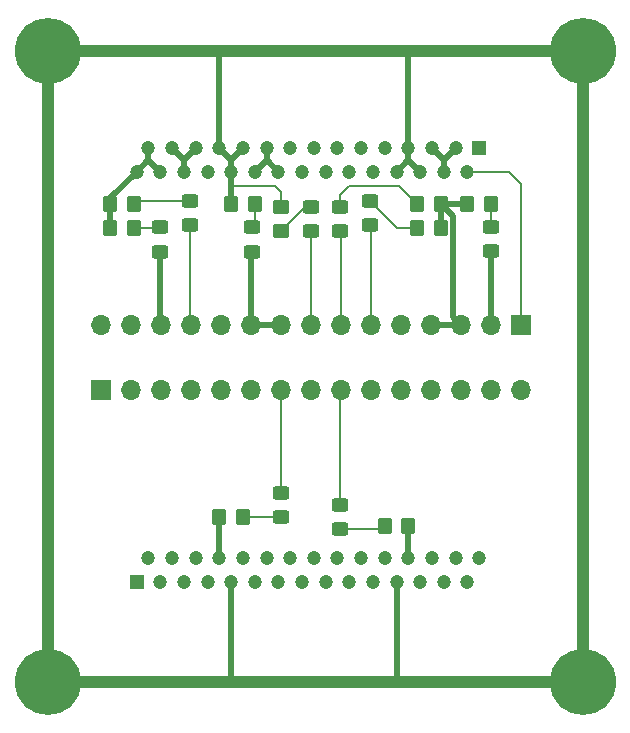
<source format=gbr>
%TF.GenerationSoftware,KiCad,Pcbnew,8.0.9-8.0.9-0~ubuntu20.04.1*%
%TF.CreationDate,2025-08-05T19:54:56+10:00*%
%TF.ProjectId,glowforge-psu-breakout,676c6f77-666f-4726-9765-2d7073752d62,rev?*%
%TF.SameCoordinates,Original*%
%TF.FileFunction,Copper,L1,Top*%
%TF.FilePolarity,Positive*%
%FSLAX46Y46*%
G04 Gerber Fmt 4.6, Leading zero omitted, Abs format (unit mm)*
G04 Created by KiCad (PCBNEW 8.0.9-8.0.9-0~ubuntu20.04.1) date 2025-08-05 19:54:56*
%MOMM*%
%LPD*%
G01*
G04 APERTURE LIST*
G04 Aperture macros list*
%AMRoundRect*
0 Rectangle with rounded corners*
0 $1 Rounding radius*
0 $2 $3 $4 $5 $6 $7 $8 $9 X,Y pos of 4 corners*
0 Add a 4 corners polygon primitive as box body*
4,1,4,$2,$3,$4,$5,$6,$7,$8,$9,$2,$3,0*
0 Add four circle primitives for the rounded corners*
1,1,$1+$1,$2,$3*
1,1,$1+$1,$4,$5*
1,1,$1+$1,$6,$7*
1,1,$1+$1,$8,$9*
0 Add four rect primitives between the rounded corners*
20,1,$1+$1,$2,$3,$4,$5,0*
20,1,$1+$1,$4,$5,$6,$7,0*
20,1,$1+$1,$6,$7,$8,$9,0*
20,1,$1+$1,$8,$9,$2,$3,0*%
G04 Aperture macros list end*
%TA.AperFunction,ComponentPad*%
%ADD10R,1.700000X1.700000*%
%TD*%
%TA.AperFunction,ComponentPad*%
%ADD11O,1.700000X1.700000*%
%TD*%
%TA.AperFunction,SMDPad,CuDef*%
%ADD12RoundRect,0.250000X-0.350000X-0.450000X0.350000X-0.450000X0.350000X0.450000X-0.350000X0.450000X0*%
%TD*%
%TA.AperFunction,ComponentPad*%
%ADD13C,3.600000*%
%TD*%
%TA.AperFunction,ConnectorPad*%
%ADD14C,5.600000*%
%TD*%
%TA.AperFunction,SMDPad,CuDef*%
%ADD15RoundRect,0.250000X0.450000X-0.350000X0.450000X0.350000X-0.450000X0.350000X-0.450000X-0.350000X0*%
%TD*%
%TA.AperFunction,ComponentPad*%
%ADD16R,1.200000X1.200000*%
%TD*%
%TA.AperFunction,ComponentPad*%
%ADD17C,1.200000*%
%TD*%
%TA.AperFunction,SMDPad,CuDef*%
%ADD18RoundRect,0.250000X-0.450000X0.325000X-0.450000X-0.325000X0.450000X-0.325000X0.450000X0.325000X0*%
%TD*%
%TA.AperFunction,SMDPad,CuDef*%
%ADD19RoundRect,0.250000X0.350000X0.450000X-0.350000X0.450000X-0.350000X-0.450000X0.350000X-0.450000X0*%
%TD*%
%TA.AperFunction,SMDPad,CuDef*%
%ADD20RoundRect,0.250000X0.450000X-0.325000X0.450000X0.325000X-0.450000X0.325000X-0.450000X-0.325000X0*%
%TD*%
%TA.AperFunction,Conductor*%
%ADD21C,0.500000*%
%TD*%
%TA.AperFunction,Conductor*%
%ADD22C,0.200000*%
%TD*%
%TA.AperFunction,Conductor*%
%ADD23C,1.000000*%
%TD*%
G04 APERTURE END LIST*
D10*
%TO.P,J2,1,Pin_1*%
%TO.N,/HV_V*%
X178540000Y-90750000D03*
D11*
%TO.P,J2,2,Pin_2*%
%TO.N,+3V3*%
X176000000Y-90750000D03*
%TO.P,J2,3,Pin_3*%
%TO.N,GND*%
X173460000Y-90750000D03*
%TO.P,J2,4,Pin_4*%
X170920000Y-90750000D03*
%TO.P,J2,5,Pin_5*%
%TO.N,/INTAKE_FAN1_TACH*%
X168380000Y-90750000D03*
%TO.P,J2,6,Pin_6*%
%TO.N,/LASER_ON*%
X165840000Y-90750000D03*
%TO.P,J2,7,Pin_7*%
%TO.N,/HV_OK*%
X163300000Y-90750000D03*
%TO.P,J2,8,Pin_8*%
%TO.N,/HV_ENABLE*%
X160760000Y-90750000D03*
%TO.P,J2,9,Pin_9*%
%TO.N,+12V*%
X158220000Y-90750000D03*
%TO.P,J2,10,Pin_10*%
X155680000Y-90750000D03*
%TO.P,J2,11,Pin_11*%
%TO.N,GND*%
X153140000Y-90750000D03*
%TO.P,J2,12,Pin_12*%
%TO.N,/40VDC_ENABLE*%
X150600000Y-90750000D03*
%TO.P,J2,13,Pin_13*%
%TO.N,+40V*%
X148060000Y-90750000D03*
%TO.P,J2,14,Pin_14*%
%TO.N,GND*%
X145520000Y-90750000D03*
%TO.P,J2,15,Pin_15*%
X142980000Y-90750000D03*
%TD*%
D10*
%TO.P,J3,1,Pin_1*%
%TO.N,GND*%
X142940000Y-96250000D03*
D11*
%TO.P,J3,2,Pin_2*%
%TO.N,+40V*%
X145480000Y-96250000D03*
%TO.P,J3,3,Pin_3*%
X148020000Y-96250000D03*
%TO.P,J3,4,Pin_4*%
%TO.N,GND*%
X150560000Y-96250000D03*
%TO.P,J3,5,Pin_5*%
X153100000Y-96250000D03*
%TO.P,J3,6,Pin_6*%
%TO.N,+12V*%
X155640000Y-96250000D03*
%TO.P,J3,7,Pin_7*%
%TO.N,/12VDC_ENABLE*%
X158180000Y-96250000D03*
%TO.P,J3,8,Pin_8*%
%TO.N,/PWR_TEMP*%
X160720000Y-96250000D03*
%TO.P,J3,9,Pin_9*%
%TO.N,/LASER_PWM*%
X163260000Y-96250000D03*
%TO.P,J3,10,Pin_10*%
%TO.N,/INTAKE_FAN2_TACH*%
X165800000Y-96250000D03*
%TO.P,J3,11,Pin_11*%
%TO.N,/INTAKE_FANS_PWM*%
X168340000Y-96250000D03*
%TO.P,J3,12,Pin_12*%
%TO.N,GND*%
X170880000Y-96250000D03*
%TO.P,J3,13,Pin_13*%
%TO.N,+3V3*%
X173420000Y-96250000D03*
%TO.P,J3,14,Pin_14*%
X175960000Y-96250000D03*
%TO.P,J3,15,Pin_15*%
%TO.N,/HV_I*%
X178500000Y-96250000D03*
%TD*%
D12*
%TO.P,R9,1*%
%TO.N,Net-(D9-K)*%
X167000000Y-107750000D03*
%TO.P,R9,2*%
%TO.N,GND*%
X169000000Y-107750000D03*
%TD*%
D13*
%TO.P,H3,1,1*%
%TO.N,GND*%
X138500000Y-121000000D03*
D14*
X138500000Y-121000000D03*
%TD*%
D15*
%TO.P,R6,1*%
%TO.N,Net-(D6-K)*%
X158250000Y-82750000D03*
%TO.P,R6,2*%
%TO.N,GND*%
X158250000Y-80750000D03*
%TD*%
D12*
%TO.P,R8,1*%
%TO.N,Net-(D8-K)*%
X169750000Y-82500000D03*
%TO.P,R8,2*%
%TO.N,GND*%
X171750000Y-82500000D03*
%TD*%
D13*
%TO.P,H4,1,1*%
%TO.N,GND*%
X183750000Y-121000000D03*
D14*
X183750000Y-121000000D03*
%TD*%
D16*
%TO.P,J4,1,1*%
%TO.N,GND*%
X146000000Y-112500000D03*
D17*
%TO.P,J4,2,2*%
X147000000Y-110500000D03*
%TO.P,J4,3,3*%
X148000000Y-112500000D03*
%TO.P,J4,4,4*%
%TO.N,+40V*%
X149000000Y-110500000D03*
%TO.P,J4,5,5*%
X150000000Y-112500000D03*
%TO.P,J4,6,6*%
X151000000Y-110500000D03*
%TO.P,J4,7,7*%
%TO.N,/40VDC_ENABLE*%
X152000000Y-112500000D03*
%TO.P,J4,8,8*%
%TO.N,GND*%
X153000000Y-110500000D03*
%TO.P,J4,9,9*%
X154000000Y-112500000D03*
%TO.P,J4,10,10*%
X155000000Y-110500000D03*
%TO.P,J4,11,11*%
%TO.N,+12V*%
X156000000Y-112500000D03*
%TO.P,J4,12,12*%
X157000000Y-110500000D03*
%TO.P,J4,13,13*%
X158000000Y-112500000D03*
%TO.P,J4,14,14*%
%TO.N,/12VDC_ENABLE*%
X159000000Y-110500000D03*
%TO.P,J4,15,15*%
%TO.N,/HV_ENABLE*%
X160000000Y-112500000D03*
%TO.P,J4,16,16*%
%TO.N,/PWR_TEMP*%
X161000000Y-110500000D03*
%TO.P,J4,17,17*%
%TO.N,/HV_OK*%
X162000000Y-112500000D03*
%TO.P,J4,18,18*%
%TO.N,/LASER_PWM*%
X163000000Y-110500000D03*
%TO.P,J4,19,19*%
%TO.N,/LASER_ON*%
X164000000Y-112500000D03*
%TO.P,J4,20,20*%
%TO.N,/INTAKE_FAN2_TACH*%
X165000000Y-110500000D03*
%TO.P,J4,21,21*%
%TO.N,/INTAKE_FAN1_TACH*%
X166000000Y-112500000D03*
%TO.P,J4,22,22*%
%TO.N,/INTAKE_FANS_PWM*%
X167000000Y-110500000D03*
%TO.P,J4,23,23*%
%TO.N,GND*%
X168000000Y-112500000D03*
%TO.P,J4,24,24*%
X169000000Y-110500000D03*
%TO.P,J4,25,25*%
X170000000Y-112500000D03*
%TO.P,J4,26,26*%
%TO.N,+3V3*%
X171000000Y-110500000D03*
%TO.P,J4,27,27*%
X172000000Y-112500000D03*
%TO.P,J4,28,28*%
X173000000Y-110500000D03*
%TO.P,J4,29,29*%
%TO.N,/HV_V*%
X174000000Y-112500000D03*
%TO.P,J4,30,30*%
%TO.N,/HV_I*%
X175000000Y-110500000D03*
%TD*%
D18*
%TO.P,D1,1,K*%
%TO.N,Net-(D1-K)*%
X176000000Y-82450000D03*
%TO.P,D1,2,A*%
%TO.N,+3V3*%
X176000000Y-84500000D03*
%TD*%
D19*
%TO.P,R3,1*%
%TO.N,Net-(D2-K)*%
X156000000Y-80500000D03*
%TO.P,R3,2*%
%TO.N,GND*%
X154000000Y-80500000D03*
%TD*%
D13*
%TO.P,H2,1,1*%
%TO.N,GND*%
X138500000Y-67500000D03*
D14*
X138500000Y-67500000D03*
%TD*%
D18*
%TO.P,D6,1,K*%
%TO.N,Net-(D6-K)*%
X160750000Y-80725000D03*
%TO.P,D6,2,A*%
%TO.N,/HV_ENABLE*%
X160750000Y-82775000D03*
%TD*%
%TO.P,D8,1,K*%
%TO.N,Net-(D8-K)*%
X165750000Y-80225000D03*
%TO.P,D8,2,A*%
%TO.N,/LASER_ON*%
X165750000Y-82275000D03*
%TD*%
%TO.P,D7,1,K*%
%TO.N,Net-(D7-K)*%
X163250000Y-80725000D03*
%TO.P,D7,2,A*%
%TO.N,/HV_OK*%
X163250000Y-82775000D03*
%TD*%
D16*
%TO.P,J1,1,1*%
%TO.N,/HV_I*%
X175000000Y-75750000D03*
D17*
%TO.P,J1,2,2*%
%TO.N,/HV_V*%
X174000000Y-77750000D03*
%TO.P,J1,3,3*%
%TO.N,+3V3*%
X173000000Y-75750000D03*
%TO.P,J1,4,4*%
X172000000Y-77750000D03*
%TO.P,J1,5,5*%
X171000000Y-75750000D03*
%TO.P,J1,6,6*%
%TO.N,GND*%
X170000000Y-77750000D03*
%TO.P,J1,7,7*%
X169000000Y-75750000D03*
%TO.P,J1,8,8*%
X168000000Y-77750000D03*
%TO.P,J1,9,9*%
%TO.N,/INTAKE_FANS_PWM*%
X167000000Y-75750000D03*
%TO.P,J1,10,10*%
%TO.N,/INTAKE_FAN1_TACH*%
X166000000Y-77750000D03*
%TO.P,J1,11,11*%
%TO.N,/INTAKE_FAN2_TACH*%
X165000000Y-75750000D03*
%TO.P,J1,12,12*%
%TO.N,/LASER_ON*%
X164000000Y-77750000D03*
%TO.P,J1,13,13*%
%TO.N,/LASER_PWM*%
X163000000Y-75750000D03*
%TO.P,J1,14,14*%
%TO.N,/HV_OK*%
X162000000Y-77750000D03*
%TO.P,J1,15,15*%
%TO.N,/PWR_TEMP*%
X161000000Y-75750000D03*
%TO.P,J1,16,16*%
%TO.N,/HV_ENABLE*%
X160000000Y-77750000D03*
%TO.P,J1,17,17*%
%TO.N,/12VDC_ENABLE*%
X159000000Y-75750000D03*
%TO.P,J1,18,18*%
%TO.N,+12V*%
X158000000Y-77750000D03*
%TO.P,J1,19,19*%
X157000000Y-75750000D03*
%TO.P,J1,20,20*%
X156000000Y-77750000D03*
%TO.P,J1,21,21*%
%TO.N,GND*%
X155000000Y-75750000D03*
%TO.P,J1,22,22*%
X154000000Y-77750000D03*
%TO.P,J1,23,23*%
X153000000Y-75750000D03*
%TO.P,J1,24,24*%
%TO.N,/40VDC_ENABLE*%
X152000000Y-77750000D03*
%TO.P,J1,25,25*%
%TO.N,+40V*%
X151000000Y-75750000D03*
%TO.P,J1,26,26*%
X150000000Y-77750000D03*
%TO.P,J1,27,27*%
X149000000Y-75750000D03*
%TO.P,J1,28,28*%
%TO.N,GND*%
X148000000Y-77750000D03*
%TO.P,J1,29,29*%
X147000000Y-75750000D03*
%TO.P,J1,30,30*%
X146000000Y-77750000D03*
%TD*%
D18*
%TO.P,D2,1,K*%
%TO.N,Net-(D2-K)*%
X155750000Y-82475000D03*
%TO.P,D2,2,A*%
%TO.N,+12V*%
X155750000Y-84525000D03*
%TD*%
D20*
%TO.P,D3,1,K*%
%TO.N,Net-(D3-K)*%
X158250000Y-107000000D03*
%TO.P,D3,2,A*%
%TO.N,/12VDC_ENABLE*%
X158250000Y-104950000D03*
%TD*%
D19*
%TO.P,R4,1*%
%TO.N,Net-(D4-K)*%
X145750000Y-80500000D03*
%TO.P,R4,2*%
%TO.N,GND*%
X143750000Y-80500000D03*
%TD*%
D13*
%TO.P,H1,1,1*%
%TO.N,GND*%
X183750000Y-67500000D03*
D14*
X183750000Y-67500000D03*
%TD*%
D19*
%TO.P,R1,1*%
%TO.N,Net-(D1-K)*%
X176000000Y-80500000D03*
%TO.P,R1,2*%
%TO.N,GND*%
X174000000Y-80500000D03*
%TD*%
D12*
%TO.P,R7,1*%
%TO.N,Net-(D7-K)*%
X169750000Y-80500000D03*
%TO.P,R7,2*%
%TO.N,GND*%
X171750000Y-80500000D03*
%TD*%
D18*
%TO.P,D4,1,K*%
%TO.N,Net-(D4-K)*%
X150500000Y-80225000D03*
%TO.P,D4,2,A*%
%TO.N,/40VDC_ENABLE*%
X150500000Y-82275000D03*
%TD*%
D20*
%TO.P,D9,1,K*%
%TO.N,Net-(D9-K)*%
X163250000Y-108000000D03*
%TO.P,D9,2,A*%
%TO.N,/LASER_PWM*%
X163250000Y-105950000D03*
%TD*%
D19*
%TO.P,R5,1*%
%TO.N,Net-(D5-K)*%
X145750000Y-82500000D03*
%TO.P,R5,2*%
%TO.N,GND*%
X143750000Y-82500000D03*
%TD*%
D18*
%TO.P,D5,1,K*%
%TO.N,Net-(D5-K)*%
X148000000Y-82475000D03*
%TO.P,D5,2,A*%
%TO.N,+40V*%
X148000000Y-84525000D03*
%TD*%
D19*
%TO.P,R2,1*%
%TO.N,Net-(D3-K)*%
X155000000Y-107000000D03*
%TO.P,R2,2*%
%TO.N,GND*%
X153000000Y-107000000D03*
%TD*%
D21*
%TO.N,GND*%
X171750000Y-80500000D02*
X171750000Y-82500000D01*
D22*
%TO.N,Net-(D8-K)*%
X165750000Y-80225000D02*
X168025000Y-82500000D01*
X168025000Y-82500000D02*
X169750000Y-82500000D01*
%TO.N,Net-(D7-K)*%
X163250000Y-80725000D02*
X163250000Y-79750000D01*
X163250000Y-79750000D02*
X164000000Y-79000000D01*
X164000000Y-79000000D02*
X168250000Y-79000000D01*
X168250000Y-79000000D02*
X169750000Y-80500000D01*
D21*
%TO.N,GND*%
X171750000Y-80500000D02*
X174000000Y-80500000D01*
X172750000Y-90040000D02*
X173460000Y-90750000D01*
X171750000Y-80500000D02*
X172750000Y-81500000D01*
X172750000Y-81500000D02*
X172750000Y-90040000D01*
X153000000Y-107000000D02*
X153000000Y-110500000D01*
D22*
%TO.N,Net-(D3-K)*%
X155000000Y-107000000D02*
X158250000Y-107000000D01*
%TO.N,Net-(D9-K)*%
X163250000Y-108000000D02*
X166750000Y-108000000D01*
X166750000Y-108000000D02*
X167000000Y-107750000D01*
D21*
%TO.N,GND*%
X169000000Y-107750000D02*
X169000000Y-110500000D01*
D22*
%TO.N,/12VDC_ENABLE*%
X158250000Y-104950000D02*
X158250000Y-96320000D01*
X158250000Y-96320000D02*
X158180000Y-96250000D01*
%TO.N,/LASER_PWM*%
X163250000Y-105950000D02*
X163250000Y-96260000D01*
X163250000Y-96260000D02*
X163260000Y-96250000D01*
%TO.N,/HV_V*%
X178540000Y-90750000D02*
X178540000Y-78790000D01*
X178540000Y-78790000D02*
X177500000Y-77750000D01*
X177500000Y-77750000D02*
X174000000Y-77750000D01*
%TO.N,Net-(D1-K)*%
X176000000Y-82450000D02*
X176000000Y-80500000D01*
D21*
%TO.N,+3V3*%
X176000000Y-90750000D02*
X176000000Y-84500000D01*
D22*
%TO.N,/LASER_ON*%
X165840000Y-90750000D02*
X165840000Y-82365000D01*
X165840000Y-82365000D02*
X165750000Y-82275000D01*
%TO.N,/HV_OK*%
X163300000Y-90750000D02*
X163300000Y-82825000D01*
X163300000Y-82825000D02*
X163250000Y-82775000D01*
%TO.N,GND*%
X158250000Y-80750000D02*
X158250000Y-79500000D01*
D21*
X154000000Y-80500000D02*
X154000000Y-79000000D01*
X154000000Y-79000000D02*
X154000000Y-77750000D01*
D22*
X158250000Y-79500000D02*
X157750000Y-79000000D01*
X157750000Y-79000000D02*
X154000000Y-79000000D01*
%TO.N,/HV_ENABLE*%
X160750000Y-82775000D02*
X160750000Y-90740000D01*
X160750000Y-90740000D02*
X160760000Y-90750000D01*
%TO.N,Net-(D6-K)*%
X158250000Y-82750000D02*
X160275000Y-80725000D01*
X160275000Y-80725000D02*
X160750000Y-80725000D01*
D21*
%TO.N,+12V*%
X155680000Y-90750000D02*
X155680000Y-84595000D01*
X155680000Y-84595000D02*
X155750000Y-84525000D01*
D22*
%TO.N,Net-(D2-K)*%
X156000000Y-80500000D02*
X156000000Y-82225000D01*
X156000000Y-82225000D02*
X155750000Y-82475000D01*
%TO.N,/40VDC_ENABLE*%
X150500000Y-82275000D02*
X150500000Y-90650000D01*
X150500000Y-90650000D02*
X150600000Y-90750000D01*
D21*
%TO.N,+40V*%
X148000000Y-84525000D02*
X148000000Y-90690000D01*
X148000000Y-90690000D02*
X148060000Y-90750000D01*
D22*
%TO.N,Net-(D5-K)*%
X145750000Y-82500000D02*
X147975000Y-82500000D01*
X147975000Y-82500000D02*
X148000000Y-82475000D01*
%TO.N,Net-(D4-K)*%
X150500000Y-80225000D02*
X146025000Y-80225000D01*
X146025000Y-80225000D02*
X145750000Y-80500000D01*
D21*
%TO.N,GND*%
X143750000Y-82500000D02*
X143750000Y-80500000D01*
X143750000Y-80500000D02*
X143750000Y-80000000D01*
X143750000Y-80000000D02*
X146000000Y-77750000D01*
%TO.N,+12V*%
X155680000Y-90750000D02*
X158220000Y-90750000D01*
%TO.N,GND*%
X170920000Y-90750000D02*
X173460000Y-90750000D01*
%TO.N,+12V*%
X156000000Y-77750000D02*
X156000000Y-78000000D01*
%TO.N,GND*%
X169000000Y-75750000D02*
X169000000Y-67750000D01*
D23*
X138500000Y-121000000D02*
X154000000Y-121000000D01*
D21*
X169000000Y-67750000D02*
X169250000Y-67500000D01*
X147000000Y-76750000D02*
X146000000Y-77750000D01*
X169000000Y-75750000D02*
X169000000Y-76750000D01*
X154000000Y-77750000D02*
X154000000Y-76750000D01*
D23*
X168000000Y-121000000D02*
X183750000Y-121000000D01*
D21*
X153000000Y-67750000D02*
X153250000Y-67500000D01*
X147000000Y-75750000D02*
X147000000Y-76750000D01*
X154000000Y-112500000D02*
X154000000Y-121000000D01*
X154000000Y-76750000D02*
X153000000Y-75750000D01*
X147000000Y-76750000D02*
X148000000Y-77750000D01*
D23*
X183750000Y-121000000D02*
X183750000Y-67500000D01*
D21*
X154000000Y-76750000D02*
X155000000Y-75750000D01*
D23*
X138500000Y-67500000D02*
X138500000Y-121000000D01*
D21*
X146000000Y-77750000D02*
X146000000Y-78000000D01*
X153000000Y-75750000D02*
X153000000Y-67750000D01*
X169000000Y-76750000D02*
X170000000Y-77750000D01*
D23*
X169250000Y-67500000D02*
X153250000Y-67500000D01*
X154000000Y-121000000D02*
X168000000Y-121000000D01*
X183750000Y-67500000D02*
X169250000Y-67500000D01*
D21*
X168000000Y-112500000D02*
X168000000Y-121000000D01*
X169000000Y-76750000D02*
X168000000Y-77750000D01*
D23*
X153250000Y-67500000D02*
X138500000Y-67500000D01*
D21*
%TO.N,+40V*%
X150000000Y-76750000D02*
X149000000Y-75750000D01*
X150000000Y-76750000D02*
X151000000Y-75750000D01*
X150000000Y-77750000D02*
X150000000Y-76750000D01*
%TO.N,+12V*%
X157000000Y-76750000D02*
X158000000Y-77750000D01*
X157000000Y-75750000D02*
X157000000Y-76750000D01*
X157000000Y-76750000D02*
X156000000Y-77750000D01*
%TO.N,+3V3*%
X172000000Y-76750000D02*
X171000000Y-75750000D01*
X172000000Y-76750000D02*
X173000000Y-75750000D01*
X172000000Y-77750000D02*
X172000000Y-76750000D01*
%TD*%
M02*

</source>
